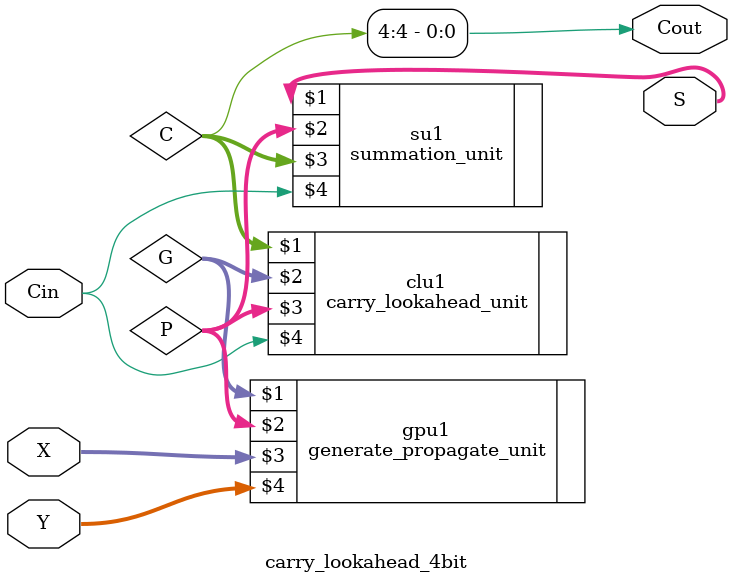
<source format=v>
`timescale 1ns / 1 ps
module carry_lookahead_4bit(Cout,S,X,Y,Cin);
output wire Cout; // C_4 for a 4-bit adder
output wire [3:0] S; // final 4-bit sum vector
input wire [3:0] X,Y; // 4-bit addends
input wire Cin; // input carry in
wire [3:0] G, P; 
wire [4:1] C;
generate_propagate_unit gpu1(G,P,X,Y);
carry_lookahead_unit clu1(C,G,P,Cin);
summation_unit su1(S,P,C,Cin);
assign Cout = C[4];
endmodule

</source>
